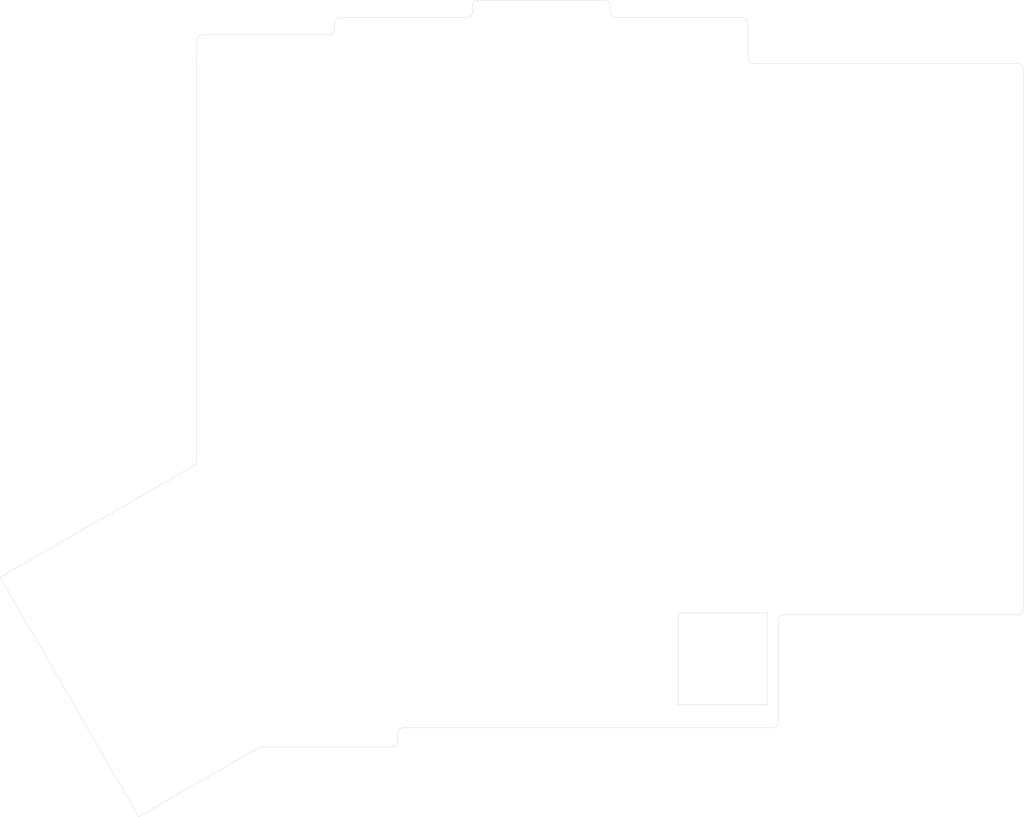
<source format=kicad_pcb>
(kicad_pcb (version 20171130) (host pcbnew "(5.1.9-0-10_14)")

  (general
    (thickness 1.6)
    (drawings 41)
    (tracks 0)
    (zones 0)
    (modules 33)
    (nets 1)
  )

  (page A4)
  (layers
    (0 F.Cu signal)
    (31 B.Cu signal)
    (32 B.Adhes user)
    (33 F.Adhes user)
    (34 B.Paste user)
    (35 F.Paste user)
    (36 B.SilkS user)
    (37 F.SilkS user)
    (38 B.Mask user)
    (39 F.Mask user)
    (40 Dwgs.User user)
    (41 Cmts.User user)
    (42 Eco1.User user)
    (43 Eco2.User user)
    (44 Edge.Cuts user)
    (45 Margin user)
    (46 B.CrtYd user)
    (47 F.CrtYd user)
    (48 B.Fab user)
    (49 F.Fab user)
  )

  (setup
    (last_trace_width 0.25)
    (trace_clearance 0.2)
    (zone_clearance 0.508)
    (zone_45_only no)
    (trace_min 0.2)
    (via_size 0.8)
    (via_drill 0.4)
    (via_min_size 0.4)
    (via_min_drill 0.3)
    (uvia_size 0.3)
    (uvia_drill 0.1)
    (uvias_allowed no)
    (uvia_min_size 0.2)
    (uvia_min_drill 0.1)
    (edge_width 0.05)
    (segment_width 0.2)
    (pcb_text_width 0.3)
    (pcb_text_size 1.5 1.5)
    (mod_edge_width 0.12)
    (mod_text_size 1 1)
    (mod_text_width 0.15)
    (pad_size 1.524 1.524)
    (pad_drill 0.762)
    (pad_to_mask_clearance 0)
    (aux_axis_origin 0 0)
    (grid_origin 221.477 98.425)
    (visible_elements FFFFF77F)
    (pcbplotparams
      (layerselection 0x011fc_ffffffff)
      (usegerberextensions false)
      (usegerberattributes true)
      (usegerberadvancedattributes true)
      (creategerberjobfile true)
      (excludeedgelayer true)
      (linewidth 0.100000)
      (plotframeref false)
      (viasonmask false)
      (mode 1)
      (useauxorigin false)
      (hpglpennumber 1)
      (hpglpenspeed 20)
      (hpglpendiameter 15.000000)
      (psnegative false)
      (psa4output false)
      (plotreference true)
      (plotvalue true)
      (plotinvisibletext false)
      (padsonsilk false)
      (subtractmaskfromsilk false)
      (outputformat 1)
      (mirror false)
      (drillshape 0)
      (scaleselection 1)
      (outputdirectory "./gerbers"))
  )

  (net 0 "")

  (net_class Default "This is the default net class."
    (clearance 0.2)
    (trace_width 0.25)
    (via_dia 0.8)
    (via_drill 0.4)
    (uvia_dia 0.3)
    (uvia_drill 0.1)
  )

  (module footprints:MX-Alps_Switch_Cutout-1u_2u (layer F.Cu) (tedit 5971FF12) (tstamp 6072E24C)
    (at 97.8805 143.09725 120)
    (path /6072AAD1)
    (fp_text reference MX41 (at 0 3.175 120) (layer Dwgs.User)
      (effects (font (size 1 1) (thickness 0.15)))
    )
    (fp_text value MX-NoLED (at 0 -7.9375 120) (layer Dwgs.User)
      (effects (font (size 1 1) (thickness 0.15)))
    )
    (fp_line (start -19.025 -9.5) (end -0.025 -9.5) (layer Dwgs.User) (width 0.15))
    (fp_line (start -19.025 9.5) (end -19.025 -9.5) (layer Dwgs.User) (width 0.15))
    (fp_line (start -0.025 9.5) (end -19.025 9.5) (layer Dwgs.User) (width 0.15))
    (fp_line (start -0.025 -9.5) (end -0.025 9.5) (layer Dwgs.User) (width 0.15))
    (fp_line (start 19.025 9.5) (end 0.025 9.5) (layer Dwgs.User) (width 0.15))
    (fp_line (start 0.025 -9.5) (end 19.025 -9.5) (layer Dwgs.User) (width 0.15))
    (fp_line (start 0.025 9.5) (end 0.025 -9.5) (layer Dwgs.User) (width 0.15))
    (fp_line (start 19.025 -9.5) (end 19.025 9.5) (layer Dwgs.User) (width 0.15))
    (pad "" np_thru_hole oval (at -10.5664 7.4652 120) (size 0.3048 1.2192) (drill oval 0.3048 1.2192) (layers *.Cu *.Mask))
    (pad "" np_thru_hole oval (at -13.3096 7.4652 120) (size 0.3048 1.2192) (drill oval 0.3048 1.2192) (layers *.Cu *.Mask))
    (pad "" np_thru_hole oval (at 10.5664 7.4652 120) (size 0.3048 1.2192) (drill oval 0.3048 1.2192) (layers *.Cu *.Mask))
    (pad "" np_thru_hole oval (at -16.375 6.625 120) (size 0.3 1.05) (drill oval 0.3 1.05) (layers *.Cu *.Mask))
    (pad "" np_thru_hole oval (at 11.938 7.9224 120) (size 3.048 0.3048) (drill oval 3.048 0.3048) (layers *.Cu *.Mask))
    (pad "" np_thru_hole oval (at -11.938 7.9224 120) (size 3.048 0.3048) (drill oval 3.048 0.3048) (layers *.Cu *.Mask))
    (pad "" np_thru_hole oval (at 0 -7 120) (size 33.05 0.3) (drill oval 33.05 0.3) (layers *.Cu *.Mask))
    (pad "" np_thru_hole oval (at 16.85 -6.25 120) (size 1.25 0.3) (drill oval 1.25 0.3) (layers *.Cu *.Mask))
    (pad "" np_thru_hole oval (at 16.85 6.25 120) (size 1.25 0.3) (drill oval 1.25 0.3) (layers *.Cu *.Mask))
    (pad "" np_thru_hole oval (at 16.375 6.625 120) (size 0.3 1.05) (drill oval 0.3 1.05) (layers *.Cu *.Mask))
    (pad "" np_thru_hole oval (at 16.375 -6.625 120) (size 0.3 1.05) (drill oval 0.3 1.05) (layers *.Cu *.Mask))
    (pad "" np_thru_hole oval (at 17.325 0 120) (size 0.3 12.8) (drill oval 0.3 12.8) (layers *.Cu *.Mask))
    (pad "" np_thru_hole oval (at 0 7 120) (size 33.05 0.3) (drill oval 33.05 0.3) (layers *.Cu *.Mask))
    (pad "" np_thru_hole oval (at -17.325 0 120) (size 0.3 12.8) (drill oval 0.3 12.8) (layers *.Cu *.Mask))
    (pad "" np_thru_hole oval (at 13.3096 7.4652 120) (size 0.3048 1.2192) (drill oval 0.3048 1.2192) (layers *.Cu *.Mask))
    (pad "" np_thru_hole oval (at -16.85 6.25 120) (size 1.25 0.3) (drill oval 1.25 0.3) (layers *.Cu *.Mask))
    (pad "" np_thru_hole oval (at -16.85 -6.25 120) (size 1.25 0.3) (drill oval 1.25 0.3) (layers *.Cu *.Mask))
    (pad "" np_thru_hole oval (at -16.375 -6.625 120) (size 0.3 1.05) (drill oval 0.3 1.05) (layers *.Cu *.Mask))
  )

  (module footprints:MX-Alps_Switch_Cutout (layer F.Cu) (tedit 5971FE21) (tstamp 6072DFC2)
    (at 192.902 88.9)
    (path /60759B22)
    (fp_text reference MX15 (at 0 3.175) (layer Dwgs.User)
      (effects (font (size 1 1) (thickness 0.15)))
    )
    (fp_text value MX-NoLED (at 0 -7.9375) (layer Dwgs.User)
      (effects (font (size 1 1) (thickness 0.15)))
    )
    (fp_line (start -9.5 -9.5) (end 9.5 -9.5) (layer Dwgs.User) (width 0.15))
    (fp_line (start -9.5 9.5) (end -9.5 -9.5) (layer Dwgs.User) (width 0.15))
    (fp_line (start 9.5 9.5) (end -9.5 9.5) (layer Dwgs.User) (width 0.15))
    (fp_line (start 9.5 -9.5) (end 9.5 9.5) (layer Dwgs.User) (width 0.15))
    (pad "" np_thru_hole oval (at 0 -7) (size 14 0.3) (drill oval 14 0.3) (layers *.Cu *.Mask))
    (pad "" np_thru_hole oval (at 0 7) (size 14 0.3) (drill oval 14 0.3) (layers *.Cu *.Mask))
    (pad "" np_thru_hole oval (at -7.8 0) (size 0.3 12.8) (drill oval 0.3 12.8) (layers *.Cu *.Mask))
    (pad "" np_thru_hole oval (at 7.8 0) (size 0.3 12.8) (drill oval 0.3 12.8) (layers *.Cu *.Mask))
    (pad "" np_thru_hole oval (at -6.85 6.625) (size 0.3 1.05) (drill oval 0.3 1.05) (layers *.Cu *.Mask))
    (pad "" np_thru_hole oval (at -7.325 6.25) (size 1.25 0.3) (drill oval 1.25 0.3) (layers *.Cu *.Mask))
    (pad "" np_thru_hole oval (at -7.325 -6.25) (size 1.25 0.3) (drill oval 1.25 0.3) (layers *.Cu *.Mask))
    (pad "" np_thru_hole oval (at -6.85 -6.625) (size 0.3 1.05) (drill oval 0.3 1.05) (layers *.Cu *.Mask))
    (pad "" np_thru_hole oval (at 6.85 -6.625) (size 0.3 1.05) (drill oval 0.3 1.05) (layers *.Cu *.Mask))
    (pad "" np_thru_hole oval (at 7.325 -6.25) (size 1.25 0.3) (drill oval 1.25 0.3) (layers *.Cu *.Mask))
    (pad "" np_thru_hole oval (at 7.325 6.25) (size 1.25 0.3) (drill oval 1.25 0.3) (layers *.Cu *.Mask))
    (pad "" np_thru_hole oval (at 6.85 6.625) (size 0.3 1.05) (drill oval 0.3 1.05) (layers *.Cu *.Mask))
  )

  (module footprints:MX-Alps_Switch_Cutout (layer F.Cu) (tedit 5971FE21) (tstamp 607E52C8)
    (at 163.5395 142.58925)
    (path /6072C094)
    (fp_text reference MX44 (at 0 3.175) (layer Dwgs.User)
      (effects (font (size 1 1) (thickness 0.15)))
    )
    (fp_text value MX-NoLED (at 0 -7.9375) (layer Dwgs.User)
      (effects (font (size 1 1) (thickness 0.15)))
    )
    (fp_line (start -9.5 -9.5) (end 9.5 -9.5) (layer Dwgs.User) (width 0.15))
    (fp_line (start -9.5 9.5) (end -9.5 -9.5) (layer Dwgs.User) (width 0.15))
    (fp_line (start 9.5 9.5) (end -9.5 9.5) (layer Dwgs.User) (width 0.15))
    (fp_line (start 9.5 -9.5) (end 9.5 9.5) (layer Dwgs.User) (width 0.15))
    (pad "" np_thru_hole oval (at 0 -7) (size 14 0.3) (drill oval 14 0.3) (layers *.Cu *.Mask))
    (pad "" np_thru_hole oval (at 0 7) (size 14 0.3) (drill oval 14 0.3) (layers *.Cu *.Mask))
    (pad "" np_thru_hole oval (at -7.8 0) (size 0.3 12.8) (drill oval 0.3 12.8) (layers *.Cu *.Mask))
    (pad "" np_thru_hole oval (at 7.8 0) (size 0.3 12.8) (drill oval 0.3 12.8) (layers *.Cu *.Mask))
    (pad "" np_thru_hole oval (at -6.85 6.625) (size 0.3 1.05) (drill oval 0.3 1.05) (layers *.Cu *.Mask))
    (pad "" np_thru_hole oval (at -7.325 6.25) (size 1.25 0.3) (drill oval 1.25 0.3) (layers *.Cu *.Mask))
    (pad "" np_thru_hole oval (at -7.325 -6.25) (size 1.25 0.3) (drill oval 1.25 0.3) (layers *.Cu *.Mask))
    (pad "" np_thru_hole oval (at -6.85 -6.625) (size 0.3 1.05) (drill oval 0.3 1.05) (layers *.Cu *.Mask))
    (pad "" np_thru_hole oval (at 6.85 -6.625) (size 0.3 1.05) (drill oval 0.3 1.05) (layers *.Cu *.Mask))
    (pad "" np_thru_hole oval (at 7.325 -6.25) (size 1.25 0.3) (drill oval 1.25 0.3) (layers *.Cu *.Mask))
    (pad "" np_thru_hole oval (at 7.325 6.25) (size 1.25 0.3) (drill oval 1.25 0.3) (layers *.Cu *.Mask))
    (pad "" np_thru_hole oval (at 6.85 6.625) (size 0.3 1.05) (drill oval 0.3 1.05) (layers *.Cu *.Mask))
  )

  (module footprints:MX-Alps_Switch_Cutout (layer F.Cu) (tedit 5971FE21) (tstamp 6072E27E)
    (at 144.4895 142.58925)
    (path /6072BC7D)
    (fp_text reference MX43 (at 0 3.175) (layer Dwgs.User)
      (effects (font (size 1 1) (thickness 0.15)))
    )
    (fp_text value MX-NoLED (at 0 -7.9375) (layer Dwgs.User)
      (effects (font (size 1 1) (thickness 0.15)))
    )
    (fp_line (start -9.5 -9.5) (end 9.5 -9.5) (layer Dwgs.User) (width 0.15))
    (fp_line (start -9.5 9.5) (end -9.5 -9.5) (layer Dwgs.User) (width 0.15))
    (fp_line (start 9.5 9.5) (end -9.5 9.5) (layer Dwgs.User) (width 0.15))
    (fp_line (start 9.5 -9.5) (end 9.5 9.5) (layer Dwgs.User) (width 0.15))
    (pad "" np_thru_hole oval (at 0 -7) (size 14 0.3) (drill oval 14 0.3) (layers *.Cu *.Mask))
    (pad "" np_thru_hole oval (at 0 7) (size 14 0.3) (drill oval 14 0.3) (layers *.Cu *.Mask))
    (pad "" np_thru_hole oval (at -7.8 0) (size 0.3 12.8) (drill oval 0.3 12.8) (layers *.Cu *.Mask))
    (pad "" np_thru_hole oval (at 7.8 0) (size 0.3 12.8) (drill oval 0.3 12.8) (layers *.Cu *.Mask))
    (pad "" np_thru_hole oval (at -6.85 6.625) (size 0.3 1.05) (drill oval 0.3 1.05) (layers *.Cu *.Mask))
    (pad "" np_thru_hole oval (at -7.325 6.25) (size 1.25 0.3) (drill oval 1.25 0.3) (layers *.Cu *.Mask))
    (pad "" np_thru_hole oval (at -7.325 -6.25) (size 1.25 0.3) (drill oval 1.25 0.3) (layers *.Cu *.Mask))
    (pad "" np_thru_hole oval (at -6.85 -6.625) (size 0.3 1.05) (drill oval 0.3 1.05) (layers *.Cu *.Mask))
    (pad "" np_thru_hole oval (at 6.85 -6.625) (size 0.3 1.05) (drill oval 0.3 1.05) (layers *.Cu *.Mask))
    (pad "" np_thru_hole oval (at 7.325 -6.25) (size 1.25 0.3) (drill oval 1.25 0.3) (layers *.Cu *.Mask))
    (pad "" np_thru_hole oval (at 7.325 6.25) (size 1.25 0.3) (drill oval 1.25 0.3) (layers *.Cu *.Mask))
    (pad "" np_thru_hole oval (at 6.85 6.625) (size 0.3 1.05) (drill oval 0.3 1.05) (layers *.Cu *.Mask))
  )

  (module footprints:MX-Alps_Switch_Cutout (layer F.Cu) (tedit 5971FE21) (tstamp 6072E265)
    (at 125.4395 145.25625)
    (path /6072B58C)
    (fp_text reference MX42 (at 0 3.175) (layer Dwgs.User)
      (effects (font (size 1 1) (thickness 0.15)))
    )
    (fp_text value MX-NoLED (at 0 -7.9375) (layer Dwgs.User)
      (effects (font (size 1 1) (thickness 0.15)))
    )
    (fp_line (start -9.5 -9.5) (end 9.5 -9.5) (layer Dwgs.User) (width 0.15))
    (fp_line (start -9.5 9.5) (end -9.5 -9.5) (layer Dwgs.User) (width 0.15))
    (fp_line (start 9.5 9.5) (end -9.5 9.5) (layer Dwgs.User) (width 0.15))
    (fp_line (start 9.5 -9.5) (end 9.5 9.5) (layer Dwgs.User) (width 0.15))
    (pad "" np_thru_hole oval (at 0 -7) (size 14 0.3) (drill oval 14 0.3) (layers *.Cu *.Mask))
    (pad "" np_thru_hole oval (at 0 7) (size 14 0.3) (drill oval 14 0.3) (layers *.Cu *.Mask))
    (pad "" np_thru_hole oval (at -7.8 0) (size 0.3 12.8) (drill oval 0.3 12.8) (layers *.Cu *.Mask))
    (pad "" np_thru_hole oval (at 7.8 0) (size 0.3 12.8) (drill oval 0.3 12.8) (layers *.Cu *.Mask))
    (pad "" np_thru_hole oval (at -6.85 6.625) (size 0.3 1.05) (drill oval 0.3 1.05) (layers *.Cu *.Mask))
    (pad "" np_thru_hole oval (at -7.325 6.25) (size 1.25 0.3) (drill oval 1.25 0.3) (layers *.Cu *.Mask))
    (pad "" np_thru_hole oval (at -7.325 -6.25) (size 1.25 0.3) (drill oval 1.25 0.3) (layers *.Cu *.Mask))
    (pad "" np_thru_hole oval (at -6.85 -6.625) (size 0.3 1.05) (drill oval 0.3 1.05) (layers *.Cu *.Mask))
    (pad "" np_thru_hole oval (at 6.85 -6.625) (size 0.3 1.05) (drill oval 0.3 1.05) (layers *.Cu *.Mask))
    (pad "" np_thru_hole oval (at 7.325 -6.25) (size 1.25 0.3) (drill oval 1.25 0.3) (layers *.Cu *.Mask))
    (pad "" np_thru_hole oval (at 7.325 6.25) (size 1.25 0.3) (drill oval 1.25 0.3) (layers *.Cu *.Mask))
    (pad "" np_thru_hole oval (at 6.85 6.625) (size 0.3 1.05) (drill oval 0.3 1.05) (layers *.Cu *.Mask))
  )

  (module footprints:MX-Alps_Switch_Cutout (layer F.Cu) (tedit 5971FE21) (tstamp 6072E1CF)
    (at 211.952 127)
    (path /607231E0)
    (fp_text reference MX36 (at 0 3.175) (layer Dwgs.User)
      (effects (font (size 1 1) (thickness 0.15)))
    )
    (fp_text value MX-NoLED (at 0 -7.9375) (layer Dwgs.User)
      (effects (font (size 1 1) (thickness 0.15)))
    )
    (fp_line (start -9.5 -9.5) (end 9.5 -9.5) (layer Dwgs.User) (width 0.15))
    (fp_line (start -9.5 9.5) (end -9.5 -9.5) (layer Dwgs.User) (width 0.15))
    (fp_line (start 9.5 9.5) (end -9.5 9.5) (layer Dwgs.User) (width 0.15))
    (fp_line (start 9.5 -9.5) (end 9.5 9.5) (layer Dwgs.User) (width 0.15))
    (pad "" np_thru_hole oval (at 0 -7) (size 14 0.3) (drill oval 14 0.3) (layers *.Cu *.Mask))
    (pad "" np_thru_hole oval (at 0 7) (size 14 0.3) (drill oval 14 0.3) (layers *.Cu *.Mask))
    (pad "" np_thru_hole oval (at -7.8 0) (size 0.3 12.8) (drill oval 0.3 12.8) (layers *.Cu *.Mask))
    (pad "" np_thru_hole oval (at 7.8 0) (size 0.3 12.8) (drill oval 0.3 12.8) (layers *.Cu *.Mask))
    (pad "" np_thru_hole oval (at -6.85 6.625) (size 0.3 1.05) (drill oval 0.3 1.05) (layers *.Cu *.Mask))
    (pad "" np_thru_hole oval (at -7.325 6.25) (size 1.25 0.3) (drill oval 1.25 0.3) (layers *.Cu *.Mask))
    (pad "" np_thru_hole oval (at -7.325 -6.25) (size 1.25 0.3) (drill oval 1.25 0.3) (layers *.Cu *.Mask))
    (pad "" np_thru_hole oval (at -6.85 -6.625) (size 0.3 1.05) (drill oval 0.3 1.05) (layers *.Cu *.Mask))
    (pad "" np_thru_hole oval (at 6.85 -6.625) (size 0.3 1.05) (drill oval 0.3 1.05) (layers *.Cu *.Mask))
    (pad "" np_thru_hole oval (at 7.325 -6.25) (size 1.25 0.3) (drill oval 1.25 0.3) (layers *.Cu *.Mask))
    (pad "" np_thru_hole oval (at 7.325 6.25) (size 1.25 0.3) (drill oval 1.25 0.3) (layers *.Cu *.Mask))
    (pad "" np_thru_hole oval (at 6.85 6.625) (size 0.3 1.05) (drill oval 0.3 1.05) (layers *.Cu *.Mask))
  )

  (module footprints:MX-Alps_Switch_Cutout (layer F.Cu) (tedit 5971FE21) (tstamp 6072E1B6)
    (at 192.902 127)
    (path /607229FF)
    (fp_text reference MX35 (at 0 3.175) (layer Dwgs.User)
      (effects (font (size 1 1) (thickness 0.15)))
    )
    (fp_text value MX-NoLED (at 0 -7.9375) (layer Dwgs.User)
      (effects (font (size 1 1) (thickness 0.15)))
    )
    (fp_line (start -9.5 -9.5) (end 9.5 -9.5) (layer Dwgs.User) (width 0.15))
    (fp_line (start -9.5 9.5) (end -9.5 -9.5) (layer Dwgs.User) (width 0.15))
    (fp_line (start 9.5 9.5) (end -9.5 9.5) (layer Dwgs.User) (width 0.15))
    (fp_line (start 9.5 -9.5) (end 9.5 9.5) (layer Dwgs.User) (width 0.15))
    (pad "" np_thru_hole oval (at 0 -7) (size 14 0.3) (drill oval 14 0.3) (layers *.Cu *.Mask))
    (pad "" np_thru_hole oval (at 0 7) (size 14 0.3) (drill oval 14 0.3) (layers *.Cu *.Mask))
    (pad "" np_thru_hole oval (at -7.8 0) (size 0.3 12.8) (drill oval 0.3 12.8) (layers *.Cu *.Mask))
    (pad "" np_thru_hole oval (at 7.8 0) (size 0.3 12.8) (drill oval 0.3 12.8) (layers *.Cu *.Mask))
    (pad "" np_thru_hole oval (at -6.85 6.625) (size 0.3 1.05) (drill oval 0.3 1.05) (layers *.Cu *.Mask))
    (pad "" np_thru_hole oval (at -7.325 6.25) (size 1.25 0.3) (drill oval 1.25 0.3) (layers *.Cu *.Mask))
    (pad "" np_thru_hole oval (at -7.325 -6.25) (size 1.25 0.3) (drill oval 1.25 0.3) (layers *.Cu *.Mask))
    (pad "" np_thru_hole oval (at -6.85 -6.625) (size 0.3 1.05) (drill oval 0.3 1.05) (layers *.Cu *.Mask))
    (pad "" np_thru_hole oval (at 6.85 -6.625) (size 0.3 1.05) (drill oval 0.3 1.05) (layers *.Cu *.Mask))
    (pad "" np_thru_hole oval (at 7.325 -6.25) (size 1.25 0.3) (drill oval 1.25 0.3) (layers *.Cu *.Mask))
    (pad "" np_thru_hole oval (at 7.325 6.25) (size 1.25 0.3) (drill oval 1.25 0.3) (layers *.Cu *.Mask))
    (pad "" np_thru_hole oval (at 6.85 6.625) (size 0.3 1.05) (drill oval 0.3 1.05) (layers *.Cu *.Mask))
  )

  (module footprints:MX-Alps_Switch_Cutout (layer F.Cu) (tedit 5971FE21) (tstamp 6072E19D)
    (at 173.852 120.65)
    (path /60722561)
    (fp_text reference MX34 (at 0 3.175) (layer Dwgs.User)
      (effects (font (size 1 1) (thickness 0.15)))
    )
    (fp_text value MX-NoLED (at 0 -7.9375) (layer Dwgs.User)
      (effects (font (size 1 1) (thickness 0.15)))
    )
    (fp_line (start -9.5 -9.5) (end 9.5 -9.5) (layer Dwgs.User) (width 0.15))
    (fp_line (start -9.5 9.5) (end -9.5 -9.5) (layer Dwgs.User) (width 0.15))
    (fp_line (start 9.5 9.5) (end -9.5 9.5) (layer Dwgs.User) (width 0.15))
    (fp_line (start 9.5 -9.5) (end 9.5 9.5) (layer Dwgs.User) (width 0.15))
    (pad "" np_thru_hole oval (at 0 -7) (size 14 0.3) (drill oval 14 0.3) (layers *.Cu *.Mask))
    (pad "" np_thru_hole oval (at 0 7) (size 14 0.3) (drill oval 14 0.3) (layers *.Cu *.Mask))
    (pad "" np_thru_hole oval (at -7.8 0) (size 0.3 12.8) (drill oval 0.3 12.8) (layers *.Cu *.Mask))
    (pad "" np_thru_hole oval (at 7.8 0) (size 0.3 12.8) (drill oval 0.3 12.8) (layers *.Cu *.Mask))
    (pad "" np_thru_hole oval (at -6.85 6.625) (size 0.3 1.05) (drill oval 0.3 1.05) (layers *.Cu *.Mask))
    (pad "" np_thru_hole oval (at -7.325 6.25) (size 1.25 0.3) (drill oval 1.25 0.3) (layers *.Cu *.Mask))
    (pad "" np_thru_hole oval (at -7.325 -6.25) (size 1.25 0.3) (drill oval 1.25 0.3) (layers *.Cu *.Mask))
    (pad "" np_thru_hole oval (at -6.85 -6.625) (size 0.3 1.05) (drill oval 0.3 1.05) (layers *.Cu *.Mask))
    (pad "" np_thru_hole oval (at 6.85 -6.625) (size 0.3 1.05) (drill oval 0.3 1.05) (layers *.Cu *.Mask))
    (pad "" np_thru_hole oval (at 7.325 -6.25) (size 1.25 0.3) (drill oval 1.25 0.3) (layers *.Cu *.Mask))
    (pad "" np_thru_hole oval (at 7.325 6.25) (size 1.25 0.3) (drill oval 1.25 0.3) (layers *.Cu *.Mask))
    (pad "" np_thru_hole oval (at 6.85 6.625) (size 0.3 1.05) (drill oval 0.3 1.05) (layers *.Cu *.Mask))
  )

  (module footprints:MX-Alps_Switch_Cutout (layer F.Cu) (tedit 5971FE21) (tstamp 6072E184)
    (at 154.802 118.26875)
    (path /607220D2)
    (fp_text reference MX33 (at 0 3.175) (layer Dwgs.User)
      (effects (font (size 1 1) (thickness 0.15)))
    )
    (fp_text value MX-NoLED (at 0 -7.9375) (layer Dwgs.User)
      (effects (font (size 1 1) (thickness 0.15)))
    )
    (fp_line (start -9.5 -9.5) (end 9.5 -9.5) (layer Dwgs.User) (width 0.15))
    (fp_line (start -9.5 9.5) (end -9.5 -9.5) (layer Dwgs.User) (width 0.15))
    (fp_line (start 9.5 9.5) (end -9.5 9.5) (layer Dwgs.User) (width 0.15))
    (fp_line (start 9.5 -9.5) (end 9.5 9.5) (layer Dwgs.User) (width 0.15))
    (pad "" np_thru_hole oval (at 0 -7) (size 14 0.3) (drill oval 14 0.3) (layers *.Cu *.Mask))
    (pad "" np_thru_hole oval (at 0 7) (size 14 0.3) (drill oval 14 0.3) (layers *.Cu *.Mask))
    (pad "" np_thru_hole oval (at -7.8 0) (size 0.3 12.8) (drill oval 0.3 12.8) (layers *.Cu *.Mask))
    (pad "" np_thru_hole oval (at 7.8 0) (size 0.3 12.8) (drill oval 0.3 12.8) (layers *.Cu *.Mask))
    (pad "" np_thru_hole oval (at -6.85 6.625) (size 0.3 1.05) (drill oval 0.3 1.05) (layers *.Cu *.Mask))
    (pad "" np_thru_hole oval (at -7.325 6.25) (size 1.25 0.3) (drill oval 1.25 0.3) (layers *.Cu *.Mask))
    (pad "" np_thru_hole oval (at -7.325 -6.25) (size 1.25 0.3) (drill oval 1.25 0.3) (layers *.Cu *.Mask))
    (pad "" np_thru_hole oval (at -6.85 -6.625) (size 0.3 1.05) (drill oval 0.3 1.05) (layers *.Cu *.Mask))
    (pad "" np_thru_hole oval (at 6.85 -6.625) (size 0.3 1.05) (drill oval 0.3 1.05) (layers *.Cu *.Mask))
    (pad "" np_thru_hole oval (at 7.325 -6.25) (size 1.25 0.3) (drill oval 1.25 0.3) (layers *.Cu *.Mask))
    (pad "" np_thru_hole oval (at 7.325 6.25) (size 1.25 0.3) (drill oval 1.25 0.3) (layers *.Cu *.Mask))
    (pad "" np_thru_hole oval (at 6.85 6.625) (size 0.3 1.05) (drill oval 0.3 1.05) (layers *.Cu *.Mask))
  )

  (module footprints:MX-Alps_Switch_Cutout (layer F.Cu) (tedit 5971FE21) (tstamp 6072E16B)
    (at 135.752 120.65)
    (path /607218EC)
    (fp_text reference MX32 (at 0 3.175) (layer Dwgs.User)
      (effects (font (size 1 1) (thickness 0.15)))
    )
    (fp_text value MX-NoLED (at 0 -7.9375) (layer Dwgs.User)
      (effects (font (size 1 1) (thickness 0.15)))
    )
    (fp_line (start -9.5 -9.5) (end 9.5 -9.5) (layer Dwgs.User) (width 0.15))
    (fp_line (start -9.5 9.5) (end -9.5 -9.5) (layer Dwgs.User) (width 0.15))
    (fp_line (start 9.5 9.5) (end -9.5 9.5) (layer Dwgs.User) (width 0.15))
    (fp_line (start 9.5 -9.5) (end 9.5 9.5) (layer Dwgs.User) (width 0.15))
    (pad "" np_thru_hole oval (at 0 -7) (size 14 0.3) (drill oval 14 0.3) (layers *.Cu *.Mask))
    (pad "" np_thru_hole oval (at 0 7) (size 14 0.3) (drill oval 14 0.3) (layers *.Cu *.Mask))
    (pad "" np_thru_hole oval (at -7.8 0) (size 0.3 12.8) (drill oval 0.3 12.8) (layers *.Cu *.Mask))
    (pad "" np_thru_hole oval (at 7.8 0) (size 0.3 12.8) (drill oval 0.3 12.8) (layers *.Cu *.Mask))
    (pad "" np_thru_hole oval (at -6.85 6.625) (size 0.3 1.05) (drill oval 0.3 1.05) (layers *.Cu *.Mask))
    (pad "" np_thru_hole oval (at -7.325 6.25) (size 1.25 0.3) (drill oval 1.25 0.3) (layers *.Cu *.Mask))
    (pad "" np_thru_hole oval (at -7.325 -6.25) (size 1.25 0.3) (drill oval 1.25 0.3) (layers *.Cu *.Mask))
    (pad "" np_thru_hole oval (at -6.85 -6.625) (size 0.3 1.05) (drill oval 0.3 1.05) (layers *.Cu *.Mask))
    (pad "" np_thru_hole oval (at 6.85 -6.625) (size 0.3 1.05) (drill oval 0.3 1.05) (layers *.Cu *.Mask))
    (pad "" np_thru_hole oval (at 7.325 -6.25) (size 1.25 0.3) (drill oval 1.25 0.3) (layers *.Cu *.Mask))
    (pad "" np_thru_hole oval (at 7.325 6.25) (size 1.25 0.3) (drill oval 1.25 0.3) (layers *.Cu *.Mask))
    (pad "" np_thru_hole oval (at 6.85 6.625) (size 0.3 1.05) (drill oval 0.3 1.05) (layers *.Cu *.Mask))
  )

  (module footprints:MX-Alps_Switch_Cutout (layer F.Cu) (tedit 5971FE21) (tstamp 6072E152)
    (at 116.702 123.03125)
    (path /60720CBF)
    (fp_text reference MX31 (at 0 3.175) (layer Dwgs.User)
      (effects (font (size 1 1) (thickness 0.15)))
    )
    (fp_text value MX-NoLED (at 0 -7.9375) (layer Dwgs.User)
      (effects (font (size 1 1) (thickness 0.15)))
    )
    (fp_line (start -9.5 -9.5) (end 9.5 -9.5) (layer Dwgs.User) (width 0.15))
    (fp_line (start -9.5 9.5) (end -9.5 -9.5) (layer Dwgs.User) (width 0.15))
    (fp_line (start 9.5 9.5) (end -9.5 9.5) (layer Dwgs.User) (width 0.15))
    (fp_line (start 9.5 -9.5) (end 9.5 9.5) (layer Dwgs.User) (width 0.15))
    (pad "" np_thru_hole oval (at 0 -7) (size 14 0.3) (drill oval 14 0.3) (layers *.Cu *.Mask))
    (pad "" np_thru_hole oval (at 0 7) (size 14 0.3) (drill oval 14 0.3) (layers *.Cu *.Mask))
    (pad "" np_thru_hole oval (at -7.8 0) (size 0.3 12.8) (drill oval 0.3 12.8) (layers *.Cu *.Mask))
    (pad "" np_thru_hole oval (at 7.8 0) (size 0.3 12.8) (drill oval 0.3 12.8) (layers *.Cu *.Mask))
    (pad "" np_thru_hole oval (at -6.85 6.625) (size 0.3 1.05) (drill oval 0.3 1.05) (layers *.Cu *.Mask))
    (pad "" np_thru_hole oval (at -7.325 6.25) (size 1.25 0.3) (drill oval 1.25 0.3) (layers *.Cu *.Mask))
    (pad "" np_thru_hole oval (at -7.325 -6.25) (size 1.25 0.3) (drill oval 1.25 0.3) (layers *.Cu *.Mask))
    (pad "" np_thru_hole oval (at -6.85 -6.625) (size 0.3 1.05) (drill oval 0.3 1.05) (layers *.Cu *.Mask))
    (pad "" np_thru_hole oval (at 6.85 -6.625) (size 0.3 1.05) (drill oval 0.3 1.05) (layers *.Cu *.Mask))
    (pad "" np_thru_hole oval (at 7.325 -6.25) (size 1.25 0.3) (drill oval 1.25 0.3) (layers *.Cu *.Mask))
    (pad "" np_thru_hole oval (at 7.325 6.25) (size 1.25 0.3) (drill oval 1.25 0.3) (layers *.Cu *.Mask))
    (pad "" np_thru_hole oval (at 6.85 6.625) (size 0.3 1.05) (drill oval 0.3 1.05) (layers *.Cu *.Mask))
  )

  (module footprints:MX-Alps_Switch_Cutout (layer F.Cu) (tedit 5971FE21) (tstamp 6072E0D5)
    (at 211.952 107.95)
    (path /607630FC)
    (fp_text reference MX26 (at 0 3.175) (layer Dwgs.User)
      (effects (font (size 1 1) (thickness 0.15)))
    )
    (fp_text value MX-NoLED (at 0 -7.9375) (layer Dwgs.User)
      (effects (font (size 1 1) (thickness 0.15)))
    )
    (fp_line (start -9.5 -9.5) (end 9.5 -9.5) (layer Dwgs.User) (width 0.15))
    (fp_line (start -9.5 9.5) (end -9.5 -9.5) (layer Dwgs.User) (width 0.15))
    (fp_line (start 9.5 9.5) (end -9.5 9.5) (layer Dwgs.User) (width 0.15))
    (fp_line (start 9.5 -9.5) (end 9.5 9.5) (layer Dwgs.User) (width 0.15))
    (pad "" np_thru_hole oval (at 0 -7) (size 14 0.3) (drill oval 14 0.3) (layers *.Cu *.Mask))
    (pad "" np_thru_hole oval (at 0 7) (size 14 0.3) (drill oval 14 0.3) (layers *.Cu *.Mask))
    (pad "" np_thru_hole oval (at -7.8 0) (size 0.3 12.8) (drill oval 0.3 12.8) (layers *.Cu *.Mask))
    (pad "" np_thru_hole oval (at 7.8 0) (size 0.3 12.8) (drill oval 0.3 12.8) (layers *.Cu *.Mask))
    (pad "" np_thru_hole oval (at -6.85 6.625) (size 0.3 1.05) (drill oval 0.3 1.05) (layers *.Cu *.Mask))
    (pad "" np_thru_hole oval (at -7.325 6.25) (size 1.25 0.3) (drill oval 1.25 0.3) (layers *.Cu *.Mask))
    (pad "" np_thru_hole oval (at -7.325 -6.25) (size 1.25 0.3) (drill oval 1.25 0.3) (layers *.Cu *.Mask))
    (pad "" np_thru_hole oval (at -6.85 -6.625) (size 0.3 1.05) (drill oval 0.3 1.05) (layers *.Cu *.Mask))
    (pad "" np_thru_hole oval (at 6.85 -6.625) (size 0.3 1.05) (drill oval 0.3 1.05) (layers *.Cu *.Mask))
    (pad "" np_thru_hole oval (at 7.325 -6.25) (size 1.25 0.3) (drill oval 1.25 0.3) (layers *.Cu *.Mask))
    (pad "" np_thru_hole oval (at 7.325 6.25) (size 1.25 0.3) (drill oval 1.25 0.3) (layers *.Cu *.Mask))
    (pad "" np_thru_hole oval (at 6.85 6.625) (size 0.3 1.05) (drill oval 0.3 1.05) (layers *.Cu *.Mask))
  )

  (module footprints:MX-Alps_Switch_Cutout (layer F.Cu) (tedit 5971FE21) (tstamp 6072E0BC)
    (at 192.902 107.95)
    (path /6076275E)
    (fp_text reference MX25 (at 0 3.175) (layer Dwgs.User)
      (effects (font (size 1 1) (thickness 0.15)))
    )
    (fp_text value MX-NoLED (at 0 -7.9375) (layer Dwgs.User)
      (effects (font (size 1 1) (thickness 0.15)))
    )
    (fp_line (start -9.5 -9.5) (end 9.5 -9.5) (layer Dwgs.User) (width 0.15))
    (fp_line (start -9.5 9.5) (end -9.5 -9.5) (layer Dwgs.User) (width 0.15))
    (fp_line (start 9.5 9.5) (end -9.5 9.5) (layer Dwgs.User) (width 0.15))
    (fp_line (start 9.5 -9.5) (end 9.5 9.5) (layer Dwgs.User) (width 0.15))
    (pad "" np_thru_hole oval (at 0 -7) (size 14 0.3) (drill oval 14 0.3) (layers *.Cu *.Mask))
    (pad "" np_thru_hole oval (at 0 7) (size 14 0.3) (drill oval 14 0.3) (layers *.Cu *.Mask))
    (pad "" np_thru_hole oval (at -7.8 0) (size 0.3 12.8) (drill oval 0.3 12.8) (layers *.Cu *.Mask))
    (pad "" np_thru_hole oval (at 7.8 0) (size 0.3 12.8) (drill oval 0.3 12.8) (layers *.Cu *.Mask))
    (pad "" np_thru_hole oval (at -6.85 6.625) (size 0.3 1.05) (drill oval 0.3 1.05) (layers *.Cu *.Mask))
    (pad "" np_thru_hole oval (at -7.325 6.25) (size 1.25 0.3) (drill oval 1.25 0.3) (layers *.Cu *.Mask))
    (pad "" np_thru_hole oval (at -7.325 -6.25) (size 1.25 0.3) (drill oval 1.25 0.3) (layers *.Cu *.Mask))
    (pad "" np_thru_hole oval (at -6.85 -6.625) (size 0.3 1.05) (drill oval 0.3 1.05) (layers *.Cu *.Mask))
    (pad "" np_thru_hole oval (at 6.85 -6.625) (size 0.3 1.05) (drill oval 0.3 1.05) (layers *.Cu *.Mask))
    (pad "" np_thru_hole oval (at 7.325 -6.25) (size 1.25 0.3) (drill oval 1.25 0.3) (layers *.Cu *.Mask))
    (pad "" np_thru_hole oval (at 7.325 6.25) (size 1.25 0.3) (drill oval 1.25 0.3) (layers *.Cu *.Mask))
    (pad "" np_thru_hole oval (at 6.85 6.625) (size 0.3 1.05) (drill oval 0.3 1.05) (layers *.Cu *.Mask))
  )

  (module footprints:MX-Alps_Switch_Cutout (layer F.Cu) (tedit 5971FE21) (tstamp 6072E0A3)
    (at 173.852 101.6)
    (path /60762009)
    (fp_text reference MX24 (at 0 3.175) (layer Dwgs.User)
      (effects (font (size 1 1) (thickness 0.15)))
    )
    (fp_text value MX-NoLED (at 0 -7.9375) (layer Dwgs.User)
      (effects (font (size 1 1) (thickness 0.15)))
    )
    (fp_line (start -9.5 -9.5) (end 9.5 -9.5) (layer Dwgs.User) (width 0.15))
    (fp_line (start -9.5 9.5) (end -9.5 -9.5) (layer Dwgs.User) (width 0.15))
    (fp_line (start 9.5 9.5) (end -9.5 9.5) (layer Dwgs.User) (width 0.15))
    (fp_line (start 9.5 -9.5) (end 9.5 9.5) (layer Dwgs.User) (width 0.15))
    (pad "" np_thru_hole oval (at 0 -7) (size 14 0.3) (drill oval 14 0.3) (layers *.Cu *.Mask))
    (pad "" np_thru_hole oval (at 0 7) (size 14 0.3) (drill oval 14 0.3) (layers *.Cu *.Mask))
    (pad "" np_thru_hole oval (at -7.8 0) (size 0.3 12.8) (drill oval 0.3 12.8) (layers *.Cu *.Mask))
    (pad "" np_thru_hole oval (at 7.8 0) (size 0.3 12.8) (drill oval 0.3 12.8) (layers *.Cu *.Mask))
    (pad "" np_thru_hole oval (at -6.85 6.625) (size 0.3 1.05) (drill oval 0.3 1.05) (layers *.Cu *.Mask))
    (pad "" np_thru_hole oval (at -7.325 6.25) (size 1.25 0.3) (drill oval 1.25 0.3) (layers *.Cu *.Mask))
    (pad "" np_thru_hole oval (at -7.325 -6.25) (size 1.25 0.3) (drill oval 1.25 0.3) (layers *.Cu *.Mask))
    (pad "" np_thru_hole oval (at -6.85 -6.625) (size 0.3 1.05) (drill oval 0.3 1.05) (layers *.Cu *.Mask))
    (pad "" np_thru_hole oval (at 6.85 -6.625) (size 0.3 1.05) (drill oval 0.3 1.05) (layers *.Cu *.Mask))
    (pad "" np_thru_hole oval (at 7.325 -6.25) (size 1.25 0.3) (drill oval 1.25 0.3) (layers *.Cu *.Mask))
    (pad "" np_thru_hole oval (at 7.325 6.25) (size 1.25 0.3) (drill oval 1.25 0.3) (layers *.Cu *.Mask))
    (pad "" np_thru_hole oval (at 6.85 6.625) (size 0.3 1.05) (drill oval 0.3 1.05) (layers *.Cu *.Mask))
  )

  (module footprints:MX-Alps_Switch_Cutout (layer F.Cu) (tedit 5971FE21) (tstamp 6072E08A)
    (at 154.802 99.21875)
    (path /60761A58)
    (fp_text reference MX23 (at 0 3.175) (layer Dwgs.User)
      (effects (font (size 1 1) (thickness 0.15)))
    )
    (fp_text value MX-NoLED (at 0 -7.9375) (layer Dwgs.User)
      (effects (font (size 1 1) (thickness 0.15)))
    )
    (fp_line (start -9.5 -9.5) (end 9.5 -9.5) (layer Dwgs.User) (width 0.15))
    (fp_line (start -9.5 9.5) (end -9.5 -9.5) (layer Dwgs.User) (width 0.15))
    (fp_line (start 9.5 9.5) (end -9.5 9.5) (layer Dwgs.User) (width 0.15))
    (fp_line (start 9.5 -9.5) (end 9.5 9.5) (layer Dwgs.User) (width 0.15))
    (pad "" np_thru_hole oval (at 0 -7) (size 14 0.3) (drill oval 14 0.3) (layers *.Cu *.Mask))
    (pad "" np_thru_hole oval (at 0 7) (size 14 0.3) (drill oval 14 0.3) (layers *.Cu *.Mask))
    (pad "" np_thru_hole oval (at -7.8 0) (size 0.3 12.8) (drill oval 0.3 12.8) (layers *.Cu *.Mask))
    (pad "" np_thru_hole oval (at 7.8 0) (size 0.3 12.8) (drill oval 0.3 12.8) (layers *.Cu *.Mask))
    (pad "" np_thru_hole oval (at -6.85 6.625) (size 0.3 1.05) (drill oval 0.3 1.05) (layers *.Cu *.Mask))
    (pad "" np_thru_hole oval (at -7.325 6.25) (size 1.25 0.3) (drill oval 1.25 0.3) (layers *.Cu *.Mask))
    (pad "" np_thru_hole oval (at -7.325 -6.25) (size 1.25 0.3) (drill oval 1.25 0.3) (layers *.Cu *.Mask))
    (pad "" np_thru_hole oval (at -6.85 -6.625) (size 0.3 1.05) (drill oval 0.3 1.05) (layers *.Cu *.Mask))
    (pad "" np_thru_hole oval (at 6.85 -6.625) (size 0.3 1.05) (drill oval 0.3 1.05) (layers *.Cu *.Mask))
    (pad "" np_thru_hole oval (at 7.325 -6.25) (size 1.25 0.3) (drill oval 1.25 0.3) (layers *.Cu *.Mask))
    (pad "" np_thru_hole oval (at 7.325 6.25) (size 1.25 0.3) (drill oval 1.25 0.3) (layers *.Cu *.Mask))
    (pad "" np_thru_hole oval (at 6.85 6.625) (size 0.3 1.05) (drill oval 0.3 1.05) (layers *.Cu *.Mask))
  )

  (module footprints:MX-Alps_Switch_Cutout (layer F.Cu) (tedit 5971FE21) (tstamp 6072E071)
    (at 135.752 101.6)
    (path /60761222)
    (fp_text reference MX22 (at 0 3.175) (layer Dwgs.User)
      (effects (font (size 1 1) (thickness 0.15)))
    )
    (fp_text value MX-NoLED (at 0 -7.9375) (layer Dwgs.User)
      (effects (font (size 1 1) (thickness 0.15)))
    )
    (fp_line (start -9.5 -9.5) (end 9.5 -9.5) (layer Dwgs.User) (width 0.15))
    (fp_line (start -9.5 9.5) (end -9.5 -9.5) (layer Dwgs.User) (width 0.15))
    (fp_line (start 9.5 9.5) (end -9.5 9.5) (layer Dwgs.User) (width 0.15))
    (fp_line (start 9.5 -9.5) (end 9.5 9.5) (layer Dwgs.User) (width 0.15))
    (pad "" np_thru_hole oval (at 0 -7) (size 14 0.3) (drill oval 14 0.3) (layers *.Cu *.Mask))
    (pad "" np_thru_hole oval (at 0 7) (size 14 0.3) (drill oval 14 0.3) (layers *.Cu *.Mask))
    (pad "" np_thru_hole oval (at -7.8 0) (size 0.3 12.8) (drill oval 0.3 12.8) (layers *.Cu *.Mask))
    (pad "" np_thru_hole oval (at 7.8 0) (size 0.3 12.8) (drill oval 0.3 12.8) (layers *.Cu *.Mask))
    (pad "" np_thru_hole oval (at -6.85 6.625) (size 0.3 1.05) (drill oval 0.3 1.05) (layers *.Cu *.Mask))
    (pad "" np_thru_hole oval (at -7.325 6.25) (size 1.25 0.3) (drill oval 1.25 0.3) (layers *.Cu *.Mask))
    (pad "" np_thru_hole oval (at -7.325 -6.25) (size 1.25 0.3) (drill oval 1.25 0.3) (layers *.Cu *.Mask))
    (pad "" np_thru_hole oval (at -6.85 -6.625) (size 0.3 1.05) (drill oval 0.3 1.05) (layers *.Cu *.Mask))
    (pad "" np_thru_hole oval (at 6.85 -6.625) (size 0.3 1.05) (drill oval 0.3 1.05) (layers *.Cu *.Mask))
    (pad "" np_thru_hole oval (at 7.325 -6.25) (size 1.25 0.3) (drill oval 1.25 0.3) (layers *.Cu *.Mask))
    (pad "" np_thru_hole oval (at 7.325 6.25) (size 1.25 0.3) (drill oval 1.25 0.3) (layers *.Cu *.Mask))
    (pad "" np_thru_hole oval (at 6.85 6.625) (size 0.3 1.05) (drill oval 0.3 1.05) (layers *.Cu *.Mask))
  )

  (module footprints:MX-Alps_Switch_Cutout (layer F.Cu) (tedit 5971FE21) (tstamp 6072E058)
    (at 116.702 103.98125)
    (path /607606EA)
    (fp_text reference MX21 (at 0 3.175) (layer Dwgs.User)
      (effects (font (size 1 1) (thickness 0.15)))
    )
    (fp_text value MX-NoLED (at 0 -7.9375) (layer Dwgs.User)
      (effects (font (size 1 1) (thickness 0.15)))
    )
    (fp_line (start -9.5 -9.5) (end 9.5 -9.5) (layer Dwgs.User) (width 0.15))
    (fp_line (start -9.5 9.5) (end -9.5 -9.5) (layer Dwgs.User) (width 0.15))
    (fp_line (start 9.5 9.5) (end -9.5 9.5) (layer Dwgs.User) (width 0.15))
    (fp_line (start 9.5 -9.5) (end 9.5 9.5) (layer Dwgs.User) (width 0.15))
    (pad "" np_thru_hole oval (at 0 -7) (size 14 0.3) (drill oval 14 0.3) (layers *.Cu *.Mask))
    (pad "" np_thru_hole oval (at 0 7) (size 14 0.3) (drill oval 14 0.3) (layers *.Cu *.Mask))
    (pad "" np_thru_hole oval (at -7.8 0) (size 0.3 12.8) (drill oval 0.3 12.8) (layers *.Cu *.Mask))
    (pad "" np_thru_hole oval (at 7.8 0) (size 0.3 12.8) (drill oval 0.3 12.8) (layers *.Cu *.Mask))
    (pad "" np_thru_hole oval (at -6.85 6.625) (size 0.3 1.05) (drill oval 0.3 1.05) (layers *.Cu *.Mask))
    (pad "" np_thru_hole oval (at -7.325 6.25) (size 1.25 0.3) (drill oval 1.25 0.3) (layers *.Cu *.Mask))
    (pad "" np_thru_hole oval (at -7.325 -6.25) (size 1.25 0.3) (drill oval 1.25 0.3) (layers *.Cu *.Mask))
    (pad "" np_thru_hole oval (at -6.85 -6.625) (size 0.3 1.05) (drill oval 0.3 1.05) (layers *.Cu *.Mask))
    (pad "" np_thru_hole oval (at 6.85 -6.625) (size 0.3 1.05) (drill oval 0.3 1.05) (layers *.Cu *.Mask))
    (pad "" np_thru_hole oval (at 7.325 -6.25) (size 1.25 0.3) (drill oval 1.25 0.3) (layers *.Cu *.Mask))
    (pad "" np_thru_hole oval (at 7.325 6.25) (size 1.25 0.3) (drill oval 1.25 0.3) (layers *.Cu *.Mask))
    (pad "" np_thru_hole oval (at 6.85 6.625) (size 0.3 1.05) (drill oval 0.3 1.05) (layers *.Cu *.Mask))
  )

  (module footprints:MX-Alps_Switch_Cutout (layer F.Cu) (tedit 5971FE21) (tstamp 6072DFDB)
    (at 211.952 88.9)
    (path /60759F5C)
    (fp_text reference MX16 (at 0 3.175) (layer Dwgs.User)
      (effects (font (size 1 1) (thickness 0.15)))
    )
    (fp_text value MX-NoLED (at 0 -7.9375) (layer Dwgs.User)
      (effects (font (size 1 1) (thickness 0.15)))
    )
    (fp_line (start -9.5 -9.5) (end 9.5 -9.5) (layer Dwgs.User) (width 0.15))
    (fp_line (start -9.5 9.5) (end -9.5 -9.5) (layer Dwgs.User) (width 0.15))
    (fp_line (start 9.5 9.5) (end -9.5 9.5) (layer Dwgs.User) (width 0.15))
    (fp_line (start 9.5 -9.5) (end 9.5 9.5) (layer Dwgs.User) (width 0.15))
    (pad "" np_thru_hole oval (at 0 -7) (size 14 0.3) (drill oval 14 0.3) (layers *.Cu *.Mask))
    (pad "" np_thru_hole oval (at 0 7) (size 14 0.3) (drill oval 14 0.3) (layers *.Cu *.Mask))
    (pad "" np_thru_hole oval (at -7.8 0) (size 0.3 12.8) (drill oval 0.3 12.8) (layers *.Cu *.Mask))
    (pad "" np_thru_hole oval (at 7.8 0) (size 0.3 12.8) (drill oval 0.3 12.8) (layers *.Cu *.Mask))
    (pad "" np_thru_hole oval (at -6.85 6.625) (size 0.3 1.05) (drill oval 0.3 1.05) (layers *.Cu *.Mask))
    (pad "" np_thru_hole oval (at -7.325 6.25) (size 1.25 0.3) (drill oval 1.25 0.3) (layers *.Cu *.Mask))
    (pad "" np_thru_hole oval (at -7.325 -6.25) (size 1.25 0.3) (drill oval 1.25 0.3) (layers *.Cu *.Mask))
    (pad "" np_thru_hole oval (at -6.85 -6.625) (size 0.3 1.05) (drill oval 0.3 1.05) (layers *.Cu *.Mask))
    (pad "" np_thru_hole oval (at 6.85 -6.625) (size 0.3 1.05) (drill oval 0.3 1.05) (layers *.Cu *.Mask))
    (pad "" np_thru_hole oval (at 7.325 -6.25) (size 1.25 0.3) (drill oval 1.25 0.3) (layers *.Cu *.Mask))
    (pad "" np_thru_hole oval (at 7.325 6.25) (size 1.25 0.3) (drill oval 1.25 0.3) (layers *.Cu *.Mask))
    (pad "" np_thru_hole oval (at 6.85 6.625) (size 0.3 1.05) (drill oval 0.3 1.05) (layers *.Cu *.Mask))
  )

  (module footprints:MX-Alps_Switch_Cutout (layer F.Cu) (tedit 5971FE21) (tstamp 6072DFA9)
    (at 173.852 82.55)
    (path /607593FA)
    (fp_text reference MX14 (at 0 3.175) (layer Dwgs.User)
      (effects (font (size 1 1) (thickness 0.15)))
    )
    (fp_text value MX-NoLED (at 0 -7.9375) (layer Dwgs.User)
      (effects (font (size 1 1) (thickness 0.15)))
    )
    (fp_line (start -9.5 -9.5) (end 9.5 -9.5) (layer Dwgs.User) (width 0.15))
    (fp_line (start -9.5 9.5) (end -9.5 -9.5) (layer Dwgs.User) (width 0.15))
    (fp_line (start 9.5 9.5) (end -9.5 9.5) (layer Dwgs.User) (width 0.15))
    (fp_line (start 9.5 -9.5) (end 9.5 9.5) (layer Dwgs.User) (width 0.15))
    (pad "" np_thru_hole oval (at 0 -7) (size 14 0.3) (drill oval 14 0.3) (layers *.Cu *.Mask))
    (pad "" np_thru_hole oval (at 0 7) (size 14 0.3) (drill oval 14 0.3) (layers *.Cu *.Mask))
    (pad "" np_thru_hole oval (at -7.8 0) (size 0.3 12.8) (drill oval 0.3 12.8) (layers *.Cu *.Mask))
    (pad "" np_thru_hole oval (at 7.8 0) (size 0.3 12.8) (drill oval 0.3 12.8) (layers *.Cu *.Mask))
    (pad "" np_thru_hole oval (at -6.85 6.625) (size 0.3 1.05) (drill oval 0.3 1.05) (layers *.Cu *.Mask))
    (pad "" np_thru_hole oval (at -7.325 6.25) (size 1.25 0.3) (drill oval 1.25 0.3) (layers *.Cu *.Mask))
    (pad "" np_thru_hole oval (at -7.325 -6.25) (size 1.25 0.3) (drill oval 1.25 0.3) (layers *.Cu *.Mask))
    (pad "" np_thru_hole oval (at -6.85 -6.625) (size 0.3 1.05) (drill oval 0.3 1.05) (layers *.Cu *.Mask))
    (pad "" np_thru_hole oval (at 6.85 -6.625) (size 0.3 1.05) (drill oval 0.3 1.05) (layers *.Cu *.Mask))
    (pad "" np_thru_hole oval (at 7.325 -6.25) (size 1.25 0.3) (drill oval 1.25 0.3) (layers *.Cu *.Mask))
    (pad "" np_thru_hole oval (at 7.325 6.25) (size 1.25 0.3) (drill oval 1.25 0.3) (layers *.Cu *.Mask))
    (pad "" np_thru_hole oval (at 6.85 6.625) (size 0.3 1.05) (drill oval 0.3 1.05) (layers *.Cu *.Mask))
  )

  (module footprints:MX-Alps_Switch_Cutout (layer F.Cu) (tedit 5971FE21) (tstamp 6072DF90)
    (at 154.802 80.16875)
    (path /60758BB5)
    (fp_text reference MX13 (at 0 3.175) (layer Dwgs.User)
      (effects (font (size 1 1) (thickness 0.15)))
    )
    (fp_text value MX-NoLED (at 0 -7.9375) (layer Dwgs.User)
      (effects (font (size 1 1) (thickness 0.15)))
    )
    (fp_line (start -9.5 -9.5) (end 9.5 -9.5) (layer Dwgs.User) (width 0.15))
    (fp_line (start -9.5 9.5) (end -9.5 -9.5) (layer Dwgs.User) (width 0.15))
    (fp_line (start 9.5 9.5) (end -9.5 9.5) (layer Dwgs.User) (width 0.15))
    (fp_line (start 9.5 -9.5) (end 9.5 9.5) (layer Dwgs.User) (width 0.15))
    (pad "" np_thru_hole oval (at 0 -7) (size 14 0.3) (drill oval 14 0.3) (layers *.Cu *.Mask))
    (pad "" np_thru_hole oval (at 0 7) (size 14 0.3) (drill oval 14 0.3) (layers *.Cu *.Mask))
    (pad "" np_thru_hole oval (at -7.8 0) (size 0.3 12.8) (drill oval 0.3 12.8) (layers *.Cu *.Mask))
    (pad "" np_thru_hole oval (at 7.8 0) (size 0.3 12.8) (drill oval 0.3 12.8) (layers *.Cu *.Mask))
    (pad "" np_thru_hole oval (at -6.85 6.625) (size 0.3 1.05) (drill oval 0.3 1.05) (layers *.Cu *.Mask))
    (pad "" np_thru_hole oval (at -7.325 6.25) (size 1.25 0.3) (drill oval 1.25 0.3) (layers *.Cu *.Mask))
    (pad "" np_thru_hole oval (at -7.325 -6.25) (size 1.25 0.3) (drill oval 1.25 0.3) (layers *.Cu *.Mask))
    (pad "" np_thru_hole oval (at -6.85 -6.625) (size 0.3 1.05) (drill oval 0.3 1.05) (layers *.Cu *.Mask))
    (pad "" np_thru_hole oval (at 6.85 -6.625) (size 0.3 1.05) (drill oval 0.3 1.05) (layers *.Cu *.Mask))
    (pad "" np_thru_hole oval (at 7.325 -6.25) (size 1.25 0.3) (drill oval 1.25 0.3) (layers *.Cu *.Mask))
    (pad "" np_thru_hole oval (at 7.325 6.25) (size 1.25 0.3) (drill oval 1.25 0.3) (layers *.Cu *.Mask))
    (pad "" np_thru_hole oval (at 6.85 6.625) (size 0.3 1.05) (drill oval 0.3 1.05) (layers *.Cu *.Mask))
  )

  (module footprints:MX-Alps_Switch_Cutout (layer F.Cu) (tedit 5971FE21) (tstamp 6072DF77)
    (at 135.752 82.55)
    (path /607582D5)
    (fp_text reference MX12 (at 0 3.175) (layer Dwgs.User)
      (effects (font (size 1 1) (thickness 0.15)))
    )
    (fp_text value MX-NoLED (at 0 -7.9375) (layer Dwgs.User)
      (effects (font (size 1 1) (thickness 0.15)))
    )
    (fp_line (start -9.5 -9.5) (end 9.5 -9.5) (layer Dwgs.User) (width 0.15))
    (fp_line (start -9.5 9.5) (end -9.5 -9.5) (layer Dwgs.User) (width 0.15))
    (fp_line (start 9.5 9.5) (end -9.5 9.5) (layer Dwgs.User) (width 0.15))
    (fp_line (start 9.5 -9.5) (end 9.5 9.5) (layer Dwgs.User) (width 0.15))
    (pad "" np_thru_hole oval (at 0 -7) (size 14 0.3) (drill oval 14 0.3) (layers *.Cu *.Mask))
    (pad "" np_thru_hole oval (at 0 7) (size 14 0.3) (drill oval 14 0.3) (layers *.Cu *.Mask))
    (pad "" np_thru_hole oval (at -7.8 0) (size 0.3 12.8) (drill oval 0.3 12.8) (layers *.Cu *.Mask))
    (pad "" np_thru_hole oval (at 7.8 0) (size 0.3 12.8) (drill oval 0.3 12.8) (layers *.Cu *.Mask))
    (pad "" np_thru_hole oval (at -6.85 6.625) (size 0.3 1.05) (drill oval 0.3 1.05) (layers *.Cu *.Mask))
    (pad "" np_thru_hole oval (at -7.325 6.25) (size 1.25 0.3) (drill oval 1.25 0.3) (layers *.Cu *.Mask))
    (pad "" np_thru_hole oval (at -7.325 -6.25) (size 1.25 0.3) (drill oval 1.25 0.3) (layers *.Cu *.Mask))
    (pad "" np_thru_hole oval (at -6.85 -6.625) (size 0.3 1.05) (drill oval 0.3 1.05) (layers *.Cu *.Mask))
    (pad "" np_thru_hole oval (at 6.85 -6.625) (size 0.3 1.05) (drill oval 0.3 1.05) (layers *.Cu *.Mask))
    (pad "" np_thru_hole oval (at 7.325 -6.25) (size 1.25 0.3) (drill oval 1.25 0.3) (layers *.Cu *.Mask))
    (pad "" np_thru_hole oval (at 7.325 6.25) (size 1.25 0.3) (drill oval 1.25 0.3) (layers *.Cu *.Mask))
    (pad "" np_thru_hole oval (at 6.85 6.625) (size 0.3 1.05) (drill oval 0.3 1.05) (layers *.Cu *.Mask))
  )

  (module footprints:MX-Alps_Switch_Cutout (layer F.Cu) (tedit 5971FE21) (tstamp 6072DF5E)
    (at 116.702 84.93125)
    (path /60757491)
    (fp_text reference MX11 (at 0 3.175) (layer Dwgs.User)
      (effects (font (size 1 1) (thickness 0.15)))
    )
    (fp_text value MX-NoLED (at 0 -7.9375) (layer Dwgs.User)
      (effects (font (size 1 1) (thickness 0.15)))
    )
    (fp_line (start -9.5 -9.5) (end 9.5 -9.5) (layer Dwgs.User) (width 0.15))
    (fp_line (start -9.5 9.5) (end -9.5 -9.5) (layer Dwgs.User) (width 0.15))
    (fp_line (start 9.5 9.5) (end -9.5 9.5) (layer Dwgs.User) (width 0.15))
    (fp_line (start 9.5 -9.5) (end 9.5 9.5) (layer Dwgs.User) (width 0.15))
    (pad "" np_thru_hole oval (at 0 -7) (size 14 0.3) (drill oval 14 0.3) (layers *.Cu *.Mask))
    (pad "" np_thru_hole oval (at 0 7) (size 14 0.3) (drill oval 14 0.3) (layers *.Cu *.Mask))
    (pad "" np_thru_hole oval (at -7.8 0) (size 0.3 12.8) (drill oval 0.3 12.8) (layers *.Cu *.Mask))
    (pad "" np_thru_hole oval (at 7.8 0) (size 0.3 12.8) (drill oval 0.3 12.8) (layers *.Cu *.Mask))
    (pad "" np_thru_hole oval (at -6.85 6.625) (size 0.3 1.05) (drill oval 0.3 1.05) (layers *.Cu *.Mask))
    (pad "" np_thru_hole oval (at -7.325 6.25) (size 1.25 0.3) (drill oval 1.25 0.3) (layers *.Cu *.Mask))
    (pad "" np_thru_hole oval (at -7.325 -6.25) (size 1.25 0.3) (drill oval 1.25 0.3) (layers *.Cu *.Mask))
    (pad "" np_thru_hole oval (at -6.85 -6.625) (size 0.3 1.05) (drill oval 0.3 1.05) (layers *.Cu *.Mask))
    (pad "" np_thru_hole oval (at 6.85 -6.625) (size 0.3 1.05) (drill oval 0.3 1.05) (layers *.Cu *.Mask))
    (pad "" np_thru_hole oval (at 7.325 -6.25) (size 1.25 0.3) (drill oval 1.25 0.3) (layers *.Cu *.Mask))
    (pad "" np_thru_hole oval (at 7.325 6.25) (size 1.25 0.3) (drill oval 1.25 0.3) (layers *.Cu *.Mask))
    (pad "" np_thru_hole oval (at 6.85 6.625) (size 0.3 1.05) (drill oval 0.3 1.05) (layers *.Cu *.Mask))
  )

  (module footprints:MX-Alps_Switch_Cutout (layer F.Cu) (tedit 5971FE21) (tstamp 6072DEE1)
    (at 211.952 69.85)
    (path /60752EBC)
    (fp_text reference MX6 (at 0 3.175) (layer Dwgs.User)
      (effects (font (size 1 1) (thickness 0.15)))
    )
    (fp_text value MX-NoLED (at 0 -7.9375) (layer Dwgs.User)
      (effects (font (size 1 1) (thickness 0.15)))
    )
    (fp_line (start -9.5 -9.5) (end 9.5 -9.5) (layer Dwgs.User) (width 0.15))
    (fp_line (start -9.5 9.5) (end -9.5 -9.5) (layer Dwgs.User) (width 0.15))
    (fp_line (start 9.5 9.5) (end -9.5 9.5) (layer Dwgs.User) (width 0.15))
    (fp_line (start 9.5 -9.5) (end 9.5 9.5) (layer Dwgs.User) (width 0.15))
    (pad "" np_thru_hole oval (at 0 -7) (size 14 0.3) (drill oval 14 0.3) (layers *.Cu *.Mask))
    (pad "" np_thru_hole oval (at 0 7) (size 14 0.3) (drill oval 14 0.3) (layers *.Cu *.Mask))
    (pad "" np_thru_hole oval (at -7.8 0) (size 0.3 12.8) (drill oval 0.3 12.8) (layers *.Cu *.Mask))
    (pad "" np_thru_hole oval (at 7.8 0) (size 0.3 12.8) (drill oval 0.3 12.8) (layers *.Cu *.Mask))
    (pad "" np_thru_hole oval (at -6.85 6.625) (size 0.3 1.05) (drill oval 0.3 1.05) (layers *.Cu *.Mask))
    (pad "" np_thru_hole oval (at -7.325 6.25) (size 1.25 0.3) (drill oval 1.25 0.3) (layers *.Cu *.Mask))
    (pad "" np_thru_hole oval (at -7.325 -6.25) (size 1.25 0.3) (drill oval 1.25 0.3) (layers *.Cu *.Mask))
    (pad "" np_thru_hole oval (at -6.85 -6.625) (size 0.3 1.05) (drill oval 0.3 1.05) (layers *.Cu *.Mask))
    (pad "" np_thru_hole oval (at 6.85 -6.625) (size 0.3 1.05) (drill oval 0.3 1.05) (layers *.Cu *.Mask))
    (pad "" np_thru_hole oval (at 7.325 -6.25) (size 1.25 0.3) (drill oval 1.25 0.3) (layers *.Cu *.Mask))
    (pad "" np_thru_hole oval (at 7.325 6.25) (size 1.25 0.3) (drill oval 1.25 0.3) (layers *.Cu *.Mask))
    (pad "" np_thru_hole oval (at 6.85 6.625) (size 0.3 1.05) (drill oval 0.3 1.05) (layers *.Cu *.Mask))
  )

  (module footprints:MX-Alps_Switch_Cutout (layer F.Cu) (tedit 5971FE21) (tstamp 6072DEC8)
    (at 192.902 69.85)
    (path /60752956)
    (fp_text reference MX5 (at 0 3.175) (layer Dwgs.User)
      (effects (font (size 1 1) (thickness 0.15)))
    )
    (fp_text value MX-NoLED (at 0 -7.9375) (layer Dwgs.User)
      (effects (font (size 1 1) (thickness 0.15)))
    )
    (fp_line (start -9.5 -9.5) (end 9.5 -9.5) (layer Dwgs.User) (width 0.15))
    (fp_line (start -9.5 9.5) (end -9.5 -9.5) (layer Dwgs.User) (width 0.15))
    (fp_line (start 9.5 9.5) (end -9.5 9.5) (layer Dwgs.User) (width 0.15))
    (fp_line (start 9.5 -9.5) (end 9.5 9.5) (layer Dwgs.User) (width 0.15))
    (pad "" np_thru_hole oval (at 0 -7) (size 14 0.3) (drill oval 14 0.3) (layers *.Cu *.Mask))
    (pad "" np_thru_hole oval (at 0 7) (size 14 0.3) (drill oval 14 0.3) (layers *.Cu *.Mask))
    (pad "" np_thru_hole oval (at -7.8 0) (size 0.3 12.8) (drill oval 0.3 12.8) (layers *.Cu *.Mask))
    (pad "" np_thru_hole oval (at 7.8 0) (size 0.3 12.8) (drill oval 0.3 12.8) (layers *.Cu *.Mask))
    (pad "" np_thru_hole oval (at -6.85 6.625) (size 0.3 1.05) (drill oval 0.3 1.05) (layers *.Cu *.Mask))
    (pad "" np_thru_hole oval (at -7.325 6.25) (size 1.25 0.3) (drill oval 1.25 0.3) (layers *.Cu *.Mask))
    (pad "" np_thru_hole oval (at -7.325 -6.25) (size 1.25 0.3) (drill oval 1.25 0.3) (layers *.Cu *.Mask))
    (pad "" np_thru_hole oval (at -6.85 -6.625) (size 0.3 1.05) (drill oval 0.3 1.05) (layers *.Cu *.Mask))
    (pad "" np_thru_hole oval (at 6.85 -6.625) (size 0.3 1.05) (drill oval 0.3 1.05) (layers *.Cu *.Mask))
    (pad "" np_thru_hole oval (at 7.325 -6.25) (size 1.25 0.3) (drill oval 1.25 0.3) (layers *.Cu *.Mask))
    (pad "" np_thru_hole oval (at 7.325 6.25) (size 1.25 0.3) (drill oval 1.25 0.3) (layers *.Cu *.Mask))
    (pad "" np_thru_hole oval (at 6.85 6.625) (size 0.3 1.05) (drill oval 0.3 1.05) (layers *.Cu *.Mask))
  )

  (module footprints:MX-Alps_Switch_Cutout (layer F.Cu) (tedit 5971FE21) (tstamp 6072DEAF)
    (at 173.852 63.5)
    (path /607523CD)
    (fp_text reference MX4 (at 0 3.175) (layer Dwgs.User)
      (effects (font (size 1 1) (thickness 0.15)))
    )
    (fp_text value MX-NoLED (at 0 -7.9375) (layer Dwgs.User)
      (effects (font (size 1 1) (thickness 0.15)))
    )
    (fp_line (start -9.5 -9.5) (end 9.5 -9.5) (layer Dwgs.User) (width 0.15))
    (fp_line (start -9.5 9.5) (end -9.5 -9.5) (layer Dwgs.User) (width 0.15))
    (fp_line (start 9.5 9.5) (end -9.5 9.5) (layer Dwgs.User) (width 0.15))
    (fp_line (start 9.5 -9.5) (end 9.5 9.5) (layer Dwgs.User) (width 0.15))
    (pad "" np_thru_hole oval (at 0 -7) (size 14 0.3) (drill oval 14 0.3) (layers *.Cu *.Mask))
    (pad "" np_thru_hole oval (at 0 7) (size 14 0.3) (drill oval 14 0.3) (layers *.Cu *.Mask))
    (pad "" np_thru_hole oval (at -7.8 0) (size 0.3 12.8) (drill oval 0.3 12.8) (layers *.Cu *.Mask))
    (pad "" np_thru_hole oval (at 7.8 0) (size 0.3 12.8) (drill oval 0.3 12.8) (layers *.Cu *.Mask))
    (pad "" np_thru_hole oval (at -6.85 6.625) (size 0.3 1.05) (drill oval 0.3 1.05) (layers *.Cu *.Mask))
    (pad "" np_thru_hole oval (at -7.325 6.25) (size 1.25 0.3) (drill oval 1.25 0.3) (layers *.Cu *.Mask))
    (pad "" np_thru_hole oval (at -7.325 -6.25) (size 1.25 0.3) (drill oval 1.25 0.3) (layers *.Cu *.Mask))
    (pad "" np_thru_hole oval (at -6.85 -6.625) (size 0.3 1.05) (drill oval 0.3 1.05) (layers *.Cu *.Mask))
    (pad "" np_thru_hole oval (at 6.85 -6.625) (size 0.3 1.05) (drill oval 0.3 1.05) (layers *.Cu *.Mask))
    (pad "" np_thru_hole oval (at 7.325 -6.25) (size 1.25 0.3) (drill oval 1.25 0.3) (layers *.Cu *.Mask))
    (pad "" np_thru_hole oval (at 7.325 6.25) (size 1.25 0.3) (drill oval 1.25 0.3) (layers *.Cu *.Mask))
    (pad "" np_thru_hole oval (at 6.85 6.625) (size 0.3 1.05) (drill oval 0.3 1.05) (layers *.Cu *.Mask))
  )

  (module footprints:MX-Alps_Switch_Cutout (layer F.Cu) (tedit 5971FE21) (tstamp 6072DE96)
    (at 154.802 61.11875)
    (path /6074D1A4)
    (fp_text reference MX3 (at 0 3.175) (layer Dwgs.User)
      (effects (font (size 1 1) (thickness 0.15)))
    )
    (fp_text value MX-NoLED (at 0 -7.9375) (layer Dwgs.User)
      (effects (font (size 1 1) (thickness 0.15)))
    )
    (fp_line (start -9.5 -9.5) (end 9.5 -9.5) (layer Dwgs.User) (width 0.15))
    (fp_line (start -9.5 9.5) (end -9.5 -9.5) (layer Dwgs.User) (width 0.15))
    (fp_line (start 9.5 9.5) (end -9.5 9.5) (layer Dwgs.User) (width 0.15))
    (fp_line (start 9.5 -9.5) (end 9.5 9.5) (layer Dwgs.User) (width 0.15))
    (pad "" np_thru_hole oval (at 0 -7) (size 14 0.3) (drill oval 14 0.3) (layers *.Cu *.Mask))
    (pad "" np_thru_hole oval (at 0 7) (size 14 0.3) (drill oval 14 0.3) (layers *.Cu *.Mask))
    (pad "" np_thru_hole oval (at -7.8 0) (size 0.3 12.8) (drill oval 0.3 12.8) (layers *.Cu *.Mask))
    (pad "" np_thru_hole oval (at 7.8 0) (size 0.3 12.8) (drill oval 0.3 12.8) (layers *.Cu *.Mask))
    (pad "" np_thru_hole oval (at -6.85 6.625) (size 0.3 1.05) (drill oval 0.3 1.05) (layers *.Cu *.Mask))
    (pad "" np_thru_hole oval (at -7.325 6.25) (size 1.25 0.3) (drill oval 1.25 0.3) (layers *.Cu *.Mask))
    (pad "" np_thru_hole oval (at -7.325 -6.25) (size 1.25 0.3) (drill oval 1.25 0.3) (layers *.Cu *.Mask))
    (pad "" np_thru_hole oval (at -6.85 -6.625) (size 0.3 1.05) (drill oval 0.3 1.05) (layers *.Cu *.Mask))
    (pad "" np_thru_hole oval (at 6.85 -6.625) (size 0.3 1.05) (drill oval 0.3 1.05) (layers *.Cu *.Mask))
    (pad "" np_thru_hole oval (at 7.325 -6.25) (size 1.25 0.3) (drill oval 1.25 0.3) (layers *.Cu *.Mask))
    (pad "" np_thru_hole oval (at 7.325 6.25) (size 1.25 0.3) (drill oval 1.25 0.3) (layers *.Cu *.Mask))
    (pad "" np_thru_hole oval (at 6.85 6.625) (size 0.3 1.05) (drill oval 0.3 1.05) (layers *.Cu *.Mask))
  )

  (module footprints:MX-Alps_Switch_Cutout (layer F.Cu) (tedit 5971FE21) (tstamp 6072DE7D)
    (at 135.752 63.5)
    (path /60742810)
    (fp_text reference MX2 (at 0 3.175) (layer Dwgs.User)
      (effects (font (size 1 1) (thickness 0.15)))
    )
    (fp_text value MX-NoLED (at 0 -7.9375) (layer Dwgs.User)
      (effects (font (size 1 1) (thickness 0.15)))
    )
    (fp_line (start -9.5 -9.5) (end 9.5 -9.5) (layer Dwgs.User) (width 0.15))
    (fp_line (start -9.5 9.5) (end -9.5 -9.5) (layer Dwgs.User) (width 0.15))
    (fp_line (start 9.5 9.5) (end -9.5 9.5) (layer Dwgs.User) (width 0.15))
    (fp_line (start 9.5 -9.5) (end 9.5 9.5) (layer Dwgs.User) (width 0.15))
    (pad "" np_thru_hole oval (at 0 -7) (size 14 0.3) (drill oval 14 0.3) (layers *.Cu *.Mask))
    (pad "" np_thru_hole oval (at 0 7) (size 14 0.3) (drill oval 14 0.3) (layers *.Cu *.Mask))
    (pad "" np_thru_hole oval (at -7.8 0) (size 0.3 12.8) (drill oval 0.3 12.8) (layers *.Cu *.Mask))
    (pad "" np_thru_hole oval (at 7.8 0) (size 0.3 12.8) (drill oval 0.3 12.8) (layers *.Cu *.Mask))
    (pad "" np_thru_hole oval (at -6.85 6.625) (size 0.3 1.05) (drill oval 0.3 1.05) (layers *.Cu *.Mask))
    (pad "" np_thru_hole oval (at -7.325 6.25) (size 1.25 0.3) (drill oval 1.25 0.3) (layers *.Cu *.Mask))
    (pad "" np_thru_hole oval (at -7.325 -6.25) (size 1.25 0.3) (drill oval 1.25 0.3) (layers *.Cu *.Mask))
    (pad "" np_thru_hole oval (at -6.85 -6.625) (size 0.3 1.05) (drill oval 0.3 1.05) (layers *.Cu *.Mask))
    (pad "" np_thru_hole oval (at 6.85 -6.625) (size 0.3 1.05) (drill oval 0.3 1.05) (layers *.Cu *.Mask))
    (pad "" np_thru_hole oval (at 7.325 -6.25) (size 1.25 0.3) (drill oval 1.25 0.3) (layers *.Cu *.Mask))
    (pad "" np_thru_hole oval (at 7.325 6.25) (size 1.25 0.3) (drill oval 1.25 0.3) (layers *.Cu *.Mask))
    (pad "" np_thru_hole oval (at 6.85 6.625) (size 0.3 1.05) (drill oval 0.3 1.05) (layers *.Cu *.Mask))
  )

  (module footprints:MX-Alps_Switch_Cutout (layer F.Cu) (tedit 5971FE21) (tstamp 6072DE64)
    (at 116.702 65.88125)
    (path /6073AA94)
    (fp_text reference MX1 (at 0 3.175) (layer Dwgs.User)
      (effects (font (size 1 1) (thickness 0.15)))
    )
    (fp_text value MX-NoLED (at 0 -7.9375) (layer Dwgs.User)
      (effects (font (size 1 1) (thickness 0.15)))
    )
    (fp_line (start -9.5 -9.5) (end 9.5 -9.5) (layer Dwgs.User) (width 0.15))
    (fp_line (start -9.5 9.5) (end -9.5 -9.5) (layer Dwgs.User) (width 0.15))
    (fp_line (start 9.5 9.5) (end -9.5 9.5) (layer Dwgs.User) (width 0.15))
    (fp_line (start 9.5 -9.5) (end 9.5 9.5) (layer Dwgs.User) (width 0.15))
    (pad "" np_thru_hole oval (at 0 -7) (size 14 0.3) (drill oval 14 0.3) (layers *.Cu *.Mask))
    (pad "" np_thru_hole oval (at 0 7) (size 14 0.3) (drill oval 14 0.3) (layers *.Cu *.Mask))
    (pad "" np_thru_hole oval (at -7.8 0) (size 0.3 12.8) (drill oval 0.3 12.8) (layers *.Cu *.Mask))
    (pad "" np_thru_hole oval (at 7.8 0) (size 0.3 12.8) (drill oval 0.3 12.8) (layers *.Cu *.Mask))
    (pad "" np_thru_hole oval (at -6.85 6.625) (size 0.3 1.05) (drill oval 0.3 1.05) (layers *.Cu *.Mask))
    (pad "" np_thru_hole oval (at -7.325 6.25) (size 1.25 0.3) (drill oval 1.25 0.3) (layers *.Cu *.Mask))
    (pad "" np_thru_hole oval (at -7.325 -6.25) (size 1.25 0.3) (drill oval 1.25 0.3) (layers *.Cu *.Mask))
    (pad "" np_thru_hole oval (at -6.85 -6.625) (size 0.3 1.05) (drill oval 0.3 1.05) (layers *.Cu *.Mask))
    (pad "" np_thru_hole oval (at 6.85 -6.625) (size 0.3 1.05) (drill oval 0.3 1.05) (layers *.Cu *.Mask))
    (pad "" np_thru_hole oval (at 7.325 -6.25) (size 1.25 0.3) (drill oval 1.25 0.3) (layers *.Cu *.Mask))
    (pad "" np_thru_hole oval (at 7.325 6.25) (size 1.25 0.3) (drill oval 1.25 0.3) (layers *.Cu *.Mask))
    (pad "" np_thru_hole oval (at 6.85 6.625) (size 0.3 1.05) (drill oval 0.3 1.05) (layers *.Cu *.Mask))
  )

  (module MountingHole:MountingHole_2.2mm_M2 (layer B.Cu) (tedit 56D1B4CB) (tstamp 607B26AA)
    (at 111.114 139.35075 180)
    (descr "Mounting Hole 2.2mm, no annular, M2")
    (tags "mounting hole 2.2mm no annular m2")
    (path /607DE302)
    (attr virtual)
    (fp_text reference H7 (at 0 6.5) (layer B.SilkS) hide
      (effects (font (size 1 1) (thickness 0.15)) (justify mirror))
    )
    (fp_text value MountingHole (at 0 -6.5) (layer B.Fab)
      (effects (font (size 1 1) (thickness 0.15)) (justify mirror))
    )
    (fp_text user %R (at 0.3 0) (layer B.Fab)
      (effects (font (size 1 1) (thickness 0.15)) (justify mirror))
    )
    (fp_circle (center 0 0) (end 2.2 0) (layer Cmts.User) (width 0.15))
    (fp_circle (center 0 0) (end 2.45 0) (layer B.CrtYd) (width 0.05))
    (pad 1 np_thru_hole circle (at 0 0 180) (size 2.2 2.2) (drill 2.2) (layers *.Cu *.Mask))
  )

  (module MountingHole:MountingHole_2.2mm_M2 (layer B.Cu) (tedit 56D1B4CB) (tstamp 607B26A2)
    (at 126.227 113.50625 180)
    (descr "Mounting Hole 2.2mm, no annular, M2")
    (tags "mounting hole 2.2mm no annular m2")
    (path /607DF460)
    (attr virtual)
    (fp_text reference H6 (at 0 6.5) (layer B.SilkS) hide
      (effects (font (size 1 1) (thickness 0.15)) (justify mirror))
    )
    (fp_text value MountingHole (at 0 -6.5) (layer B.Fab)
      (effects (font (size 1 1) (thickness 0.15)) (justify mirror))
    )
    (fp_text user %R (at 0.3 0) (layer B.Fab)
      (effects (font (size 1 1) (thickness 0.15)) (justify mirror))
    )
    (fp_circle (center 0 0) (end 2.2 0) (layer Cmts.User) (width 0.15))
    (fp_circle (center 0 0) (end 2.45 0) (layer B.CrtYd) (width 0.05))
    (pad 1 np_thru_hole circle (at 0 0 180) (size 2.2 2.2) (drill 2.2) (layers *.Cu *.Mask))
  )

  (module MountingHole:MountingHole_2.2mm_M2 (layer B.Cu) (tedit 56D1B4CB) (tstamp 607B268A)
    (at 126.227 75.40625 180)
    (descr "Mounting Hole 2.2mm, no annular, M2")
    (tags "mounting hole 2.2mm no annular m2")
    (path /607DC9F0)
    (attr virtual)
    (fp_text reference H3 (at 0 6.5) (layer B.SilkS) hide
      (effects (font (size 1 1) (thickness 0.15)) (justify mirror))
    )
    (fp_text value MountingHole (at 0 -6.5) (layer B.Fab)
      (effects (font (size 1 1) (thickness 0.15)) (justify mirror))
    )
    (fp_text user %R (at 0.3 0) (layer B.Fab)
      (effects (font (size 1 1) (thickness 0.15)) (justify mirror))
    )
    (fp_circle (center 0 0) (end 2.2 0) (layer Cmts.User) (width 0.15))
    (fp_circle (center 0 0) (end 2.45 0) (layer B.CrtYd) (width 0.05))
    (pad 1 np_thru_hole circle (at 0 0 180) (size 2.2 2.2) (drill 2.2) (layers *.Cu *.Mask))
  )

  (module MountingHole:MountingHole_2.2mm_M2 (layer B.Cu) (tedit 56D1B4CB) (tstamp 607B2682)
    (at 202.427 79.375 180)
    (descr "Mounting Hole 2.2mm, no annular, M2")
    (tags "mounting hole 2.2mm no annular m2")
    (path /607DE9D9)
    (attr virtual)
    (fp_text reference H2 (at 0 6.5) (layer B.SilkS) hide
      (effects (font (size 1 1) (thickness 0.15)) (justify mirror))
    )
    (fp_text value MountingHole (at 0 -6.5) (layer B.Fab)
      (effects (font (size 1 1) (thickness 0.15)) (justify mirror))
    )
    (fp_text user %R (at 0.3 0) (layer B.Fab)
      (effects (font (size 1 1) (thickness 0.15)) (justify mirror))
    )
    (fp_circle (center 0 0) (end 2.2 0) (layer Cmts.User) (width 0.15))
    (fp_circle (center 0 0) (end 2.45 0) (layer B.CrtYd) (width 0.05))
    (pad 1 np_thru_hole circle (at 0 0 180) (size 2.2 2.2) (drill 2.2) (layers *.Cu *.Mask))
  )

  (module MountingHole:MountingHole_2.2mm_M2 (layer B.Cu) (tedit 56D1B4CB) (tstamp 607B99EA)
    (at 202.4015 117.44325 180)
    (descr "Mounting Hole 2.2mm, no annular, M2")
    (tags "mounting hole 2.2mm no annular m2")
    (path /607DE5EF)
    (attr virtual)
    (fp_text reference H1 (at 0 6.5) (layer B.SilkS) hide
      (effects (font (size 1 1) (thickness 0.15)) (justify mirror))
    )
    (fp_text value MountingHole (at 0 -6.5) (layer B.Fab)
      (effects (font (size 1 1) (thickness 0.15)) (justify mirror))
    )
    (fp_text user %R (at 0.3 0) (layer B.Fab)
      (effects (font (size 1 1) (thickness 0.15)) (justify mirror))
    )
    (fp_circle (center 0 0) (end 2.2 0) (layer Cmts.User) (width 0.15))
    (fp_circle (center 0 0) (end 2.45 0) (layer B.CrtYd) (width 0.05))
    (pad 1 np_thru_hole circle (at 0 0 180) (size 2.2 2.2) (drill 2.2) (layers *.Cu *.Mask))
  )

  (gr_line (start 107.186 57.94375) (end 107.177 59.944) (layer Edge.Cuts) (width 0.05) (tstamp 60850283))
  (gr_line (start 107.177 115.697) (end 107.177 59.944) (layer Edge.Cuts) (width 0.05))
  (gr_line (start 79.999 131.318) (end 107.177 115.697) (layer Edge.Cuts) (width 0.05))
  (gr_line (start 99.1505 164.43325) (end 79.999 131.318) (layer Edge.Cuts) (width 0.05))
  (gr_line (start 173.725 148.971) (end 173.725 136.271) (layer Edge.Cuts) (width 0.05) (tstamp 6084FFBA))
  (gr_line (start 186.044 148.971) (end 173.725 148.971) (layer Edge.Cuts) (width 0.05))
  (gr_line (start 186.044 136.271) (end 186.044 148.971) (layer Edge.Cuts) (width 0.05))
  (gr_line (start 173.725 136.271) (end 186.044 136.271) (layer Edge.Cuts) (width 0.05))
  (gr_line (start 220.6565 60.325) (end 184.1555 60.325) (layer Edge.Cuts) (width 0.05) (tstamp 6084BB3E))
  (gr_line (start 221.45 135.73125) (end 221.45025 61.11875) (layer Edge.Cuts) (width 0.05) (tstamp 6084BB36))
  (gr_line (start 220.6565 136.52475) (end 192.0905 136.525) (layer Edge.Cuts) (width 0.05) (tstamp 6084BB1C))
  (gr_line (start 188.336 136.52525) (end 192.0905 136.525) (layer Edge.Cuts) (width 0.05) (tstamp 6084922F))
  (gr_line (start 187.5425 151.32075) (end 187.5425 137.31875) (layer Edge.Cuts) (width 0.05) (tstamp 6084922E))
  (gr_line (start 186.749 152.11425) (end 135.752 152.11425) (layer Edge.Cuts) (width 0.05) (tstamp 6084922D))
  (gr_line (start 134.9585 152.90775) (end 134.9585 153.9875) (layer Edge.Cuts) (width 0.05) (tstamp 6084921D))
  (gr_arc (start 186.749 151.32075) (end 187.5425 151.32075) (angle 90) (layer Edge.Cuts) (width 0.05) (tstamp 60849216))
  (gr_line (start 115.9145 154.78125) (end 99.1505 164.43325) (layer Edge.Cuts) (width 0.05))
  (gr_line (start 134.165 154.781) (end 115.9145 154.78125) (layer Edge.Cuts) (width 0.05))
  (gr_arc (start 134.165 153.9875) (end 134.9585 153.9875) (angle 90) (layer Edge.Cuts) (width 0.05))
  (gr_arc (start 135.752 152.90775) (end 134.9585 152.90775) (angle 90) (layer Edge.Cuts) (width 0.05))
  (gr_arc (start 188.336 137.31875) (end 187.5425 137.31875) (angle 90) (layer Edge.Cuts) (width 0.05))
  (gr_arc (start 220.6565 135.73125) (end 221.45 135.73125) (angle 90) (layer Edge.Cuts) (width 0.05))
  (gr_arc (start 220.6565 61.11875) (end 220.6565 60.325) (angle 90) (layer Edge.Cuts) (width 0.05))
  (gr_arc (start 184.1555 59.53125) (end 184.1555 60.325) (angle 90) (layer Edge.Cuts) (width 0.05))
  (gr_line (start 183.36225 54.76875) (end 183.362 59.53125) (layer Edge.Cuts) (width 0.05))
  (gr_arc (start 182.5685 54.76875) (end 182.5685 53.975) (angle 90) (layer Edge.Cuts) (width 0.05))
  (gr_line (start 165.1115 53.975) (end 182.5685 53.975) (layer Edge.Cuts) (width 0.05))
  (gr_arc (start 165.1115 53.18125) (end 165.1115 53.975) (angle 90) (layer Edge.Cuts) (width 0.05))
  (gr_line (start 164.31825 52.3875) (end 164.318 53.18125) (layer Edge.Cuts) (width 0.05))
  (gr_arc (start 163.5245 52.3875) (end 163.5245 51.59375) (angle 90) (layer Edge.Cuts) (width 0.05))
  (gr_line (start 146.0675 51.594) (end 163.5245 51.59375) (layer Edge.Cuts) (width 0.05))
  (gr_arc (start 146.0675 52.3875) (end 145.274 52.3875) (angle 90) (layer Edge.Cuts) (width 0.05))
  (gr_line (start 145.274 53.18125) (end 145.274 52.3875) (layer Edge.Cuts) (width 0.05))
  (gr_arc (start 144.4805 53.18125) (end 145.274 53.18125) (angle 90) (layer Edge.Cuts) (width 0.05))
  (gr_line (start 127.0235 53.97525) (end 144.4805 53.975) (layer Edge.Cuts) (width 0.05))
  (gr_arc (start 127.0235 54.76875) (end 126.23 54.76875) (angle 90) (layer Edge.Cuts) (width 0.05))
  (gr_line (start 126.23 55.5625) (end 126.23 54.76875) (layer Edge.Cuts) (width 0.05))
  (gr_arc (start 125.4365 55.5625) (end 126.23 55.5625) (angle 90) (layer Edge.Cuts) (width 0.05))
  (gr_line (start 107.9795 56.3565) (end 125.4365 56.35625) (layer Edge.Cuts) (width 0.05))
  (gr_line (start 107.186 57.15) (end 107.186 57.94375) (layer Edge.Cuts) (width 0.05) (tstamp 607F7FF1))
  (gr_arc (start 107.9795 57.15) (end 107.186 57.15) (angle 90) (layer Edge.Cuts) (width 0.05))

)

</source>
